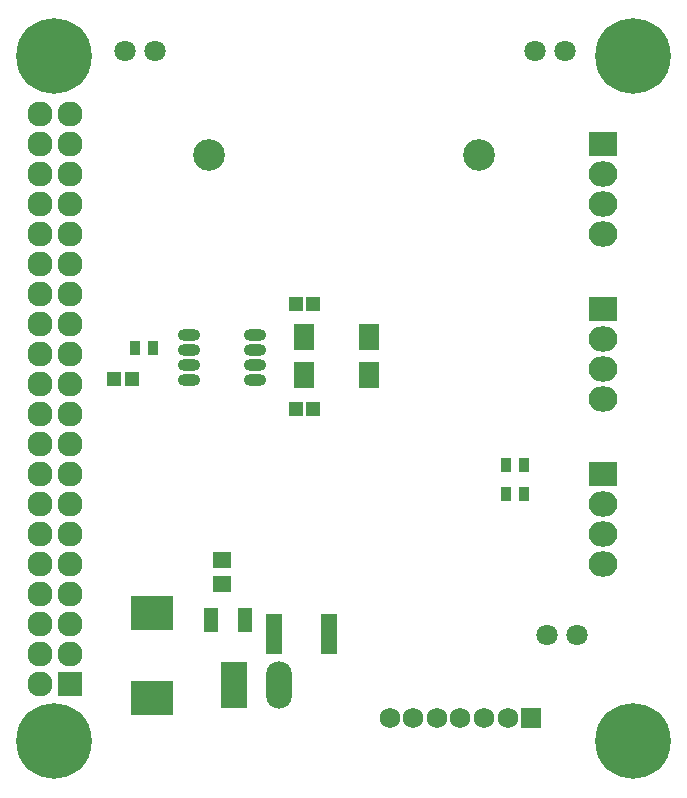
<source format=gbr>
G04 #@! TF.FileFunction,Soldermask,Top*
%FSLAX46Y46*%
G04 Gerber Fmt 4.6, Leading zero omitted, Abs format (unit mm)*
G04 Created by KiCad (PCBNEW 4.0.7-e2-6376~58~ubuntu17.04.1) date Sat Sep 30 09:18:45 2017*
%MOMM*%
%LPD*%
G01*
G04 APERTURE LIST*
%ADD10C,0.100000*%
%ADD11R,3.600000X3.000000*%
%ADD12C,6.400000*%
%ADD13R,1.650000X1.400000*%
%ADD14R,2.200000X4.000000*%
%ADD15O,2.200000X4.000000*%
%ADD16R,1.750000X1.750000*%
%ADD17C,1.750000*%
%ADD18R,2.432000X2.127200*%
%ADD19O,2.432000X2.127200*%
%ADD20C,1.800000*%
%ADD21R,2.127200X2.127200*%
%ADD22O,2.127200X2.127200*%
%ADD23R,1.300000X2.100000*%
%ADD24O,1.873200X1.009600*%
%ADD25R,1.200000X1.150000*%
%ADD26R,0.900000X1.300000*%
%ADD27R,1.400000X3.400000*%
%ADD28R,1.700000X2.300000*%
%ADD29C,2.690000*%
G04 APERTURE END LIST*
D10*
D11*
X76750000Y-105650000D03*
X76750000Y-112850000D03*
D12*
X68500000Y-58500000D03*
X117500000Y-58500000D03*
X68500000Y-116500000D03*
X117500000Y-116500000D03*
D13*
X82700000Y-103150000D03*
X82700000Y-101150000D03*
D14*
X83750000Y-111750000D03*
D15*
X87560000Y-111750000D03*
D16*
X108900000Y-114500000D03*
D17*
X106900000Y-114500000D03*
X104900000Y-114500000D03*
X102900000Y-114500000D03*
X100900000Y-114500000D03*
X98900000Y-114500000D03*
X96900000Y-114500000D03*
D18*
X115000000Y-65922000D03*
D19*
X115000000Y-68462000D03*
X115000000Y-71002000D03*
X115000000Y-73542000D03*
D18*
X115000000Y-79892000D03*
D19*
X115000000Y-82432000D03*
X115000000Y-84972000D03*
X115000000Y-87512000D03*
D18*
X115000000Y-93862000D03*
D19*
X115000000Y-96402000D03*
X115000000Y-98942000D03*
X115000000Y-101482000D03*
D20*
X74500000Y-58100000D03*
X77040000Y-58100000D03*
X110200000Y-107500000D03*
X112740000Y-107500000D03*
X109200000Y-58100000D03*
X111740000Y-58100000D03*
D21*
X69826000Y-111650000D03*
D22*
X67286000Y-111650000D03*
X69826000Y-109110000D03*
X67286000Y-109110000D03*
X69826000Y-106570000D03*
X67286000Y-106570000D03*
X69826000Y-104030000D03*
X67286000Y-104030000D03*
X69826000Y-101490000D03*
X67286000Y-101490000D03*
X69826000Y-98950000D03*
X67286000Y-98950000D03*
X69826000Y-96410000D03*
X67286000Y-96410000D03*
X69826000Y-93870000D03*
X67286000Y-93870000D03*
X69826000Y-91330000D03*
X67286000Y-91330000D03*
X69826000Y-88790000D03*
X67286000Y-88790000D03*
X69826000Y-86250000D03*
X67286000Y-86250000D03*
X69826000Y-83710000D03*
X67286000Y-83710000D03*
X69826000Y-81170000D03*
X67286000Y-81170000D03*
X69826000Y-78630000D03*
X67286000Y-78630000D03*
X69826000Y-76090000D03*
X67286000Y-76090000D03*
X69826000Y-73550000D03*
X67286000Y-73550000D03*
X69826000Y-71010000D03*
X67286000Y-71010000D03*
X69826000Y-68470000D03*
X67286000Y-68470000D03*
X69826000Y-65930000D03*
X67286000Y-65930000D03*
X69826000Y-63390000D03*
X67286000Y-63390000D03*
D23*
X81800000Y-106250000D03*
X84700000Y-106250000D03*
D24*
X85544000Y-85905000D03*
X85544000Y-84635000D03*
X85544000Y-83365000D03*
X85544000Y-82095000D03*
X79956000Y-82095000D03*
X79956000Y-83365000D03*
X79956000Y-84635000D03*
X79956000Y-85905000D03*
D25*
X88950000Y-88400000D03*
X90450000Y-88400000D03*
X88950000Y-79500000D03*
X90450000Y-79500000D03*
X73550000Y-85800000D03*
X75050000Y-85800000D03*
D26*
X108250000Y-93100000D03*
X106750000Y-93100000D03*
X108250000Y-95600000D03*
X106750000Y-95600000D03*
X75350000Y-83250000D03*
X76850000Y-83250000D03*
D27*
X87150000Y-107450000D03*
X91750000Y-107450000D03*
D28*
X89650000Y-85500000D03*
X95150000Y-85500000D03*
X95150000Y-82300000D03*
X89650000Y-82300000D03*
D29*
X104460000Y-66900000D03*
X81600000Y-66900000D03*
M02*

</source>
